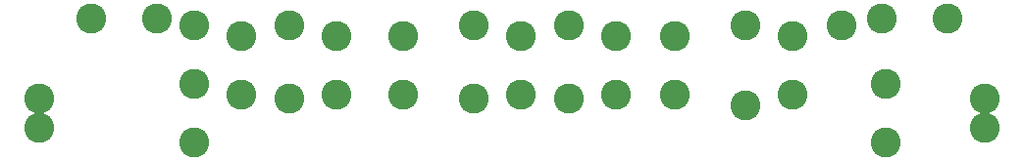
<source format=gbr>
%FSLAX34Y34*%
%MOMM*%
%LNSOLDERMASK_BOTTOM*%
G71*
G01*
%ADD10C,2.600*%
%LPD*%
X266700Y139800D02*
G54D10*
D03*
X266700Y76300D02*
G54D10*
D03*
X307458Y79562D02*
G54D10*
D03*
X307346Y130542D02*
G54D10*
D03*
X425450Y139800D02*
G54D10*
D03*
X425450Y76300D02*
G54D10*
D03*
X466208Y79562D02*
G54D10*
D03*
X466096Y130542D02*
G54D10*
D03*
X508000Y139800D02*
G54D10*
D03*
X548758Y79561D02*
G54D10*
D03*
X548646Y130542D02*
G54D10*
D03*
X660400Y139800D02*
G54D10*
D03*
X660400Y69950D02*
G54D10*
D03*
X701158Y79562D02*
G54D10*
D03*
X701046Y130542D02*
G54D10*
D03*
X224908Y79562D02*
G54D10*
D03*
X224796Y130542D02*
G54D10*
D03*
X184150Y38200D02*
G54D10*
D03*
X184150Y139800D02*
G54D10*
D03*
X184150Y38200D02*
G54D10*
D03*
X184150Y38200D02*
G54D10*
D03*
X184150Y89000D02*
G54D10*
D03*
X742950Y139800D02*
G54D10*
D03*
X50800Y50900D02*
G54D10*
D03*
X50800Y76300D02*
G54D10*
D03*
X307458Y79562D02*
G54D10*
D03*
X307458Y79562D02*
G54D10*
D03*
X548758Y79561D02*
G54D10*
D03*
X307458Y79562D02*
G54D10*
D03*
X466208Y79562D02*
G54D10*
D03*
X364608Y79562D02*
G54D10*
D03*
X364496Y130542D02*
G54D10*
D03*
X364608Y79562D02*
G54D10*
D03*
X364608Y79562D02*
G54D10*
D03*
X364608Y79561D02*
G54D10*
D03*
X364608Y79561D02*
G54D10*
D03*
X599558Y79561D02*
G54D10*
D03*
X599446Y130542D02*
G54D10*
D03*
X599558Y79561D02*
G54D10*
D03*
X599558Y79561D02*
G54D10*
D03*
X508000Y76300D02*
G54D10*
D03*
X152400Y145100D02*
G54D10*
D03*
X95250Y145100D02*
G54D10*
D03*
X866416Y50900D02*
G54D10*
D03*
X866416Y76300D02*
G54D10*
D03*
X777516Y145100D02*
G54D10*
D03*
X834666Y145100D02*
G54D10*
D03*
X781050Y38200D02*
G54D10*
D03*
X781050Y38200D02*
G54D10*
D03*
X781050Y38200D02*
G54D10*
D03*
X781050Y89000D02*
G54D10*
D03*
M02*

</source>
